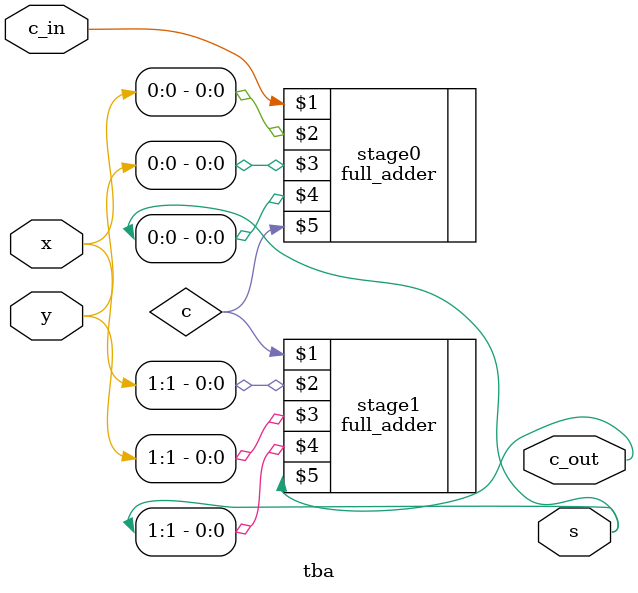
<source format=v>
`include "full_adder.v"

module tbm(x,y,p);
input [1:0]x,y;
output [3:0]p;
wire [1:0]k;
wire [1:0]l;
wire [1:0]m;
assign k = {1'b0,x[1]&y[0]};
assign l = {x[1]&y[1],x[0]&y[1]};
assign p[0] = x[0]&y[0];
tba stage0(1'b0,k,l,m,p[3]);
assign p[1] = m[0];
assign p[2] = m[1];
endmodule

module tba(c_in,x,y,s,c_out);
input c_in;
input [1:0]x,y;
output [1:0]s;
wire c;
output c_out;
full_adder stage0(c_in,x[0],y[0],s[0],c);
full_adder stage1(c,x[1],y[1],s[1],c_out);
endmodule

</source>
